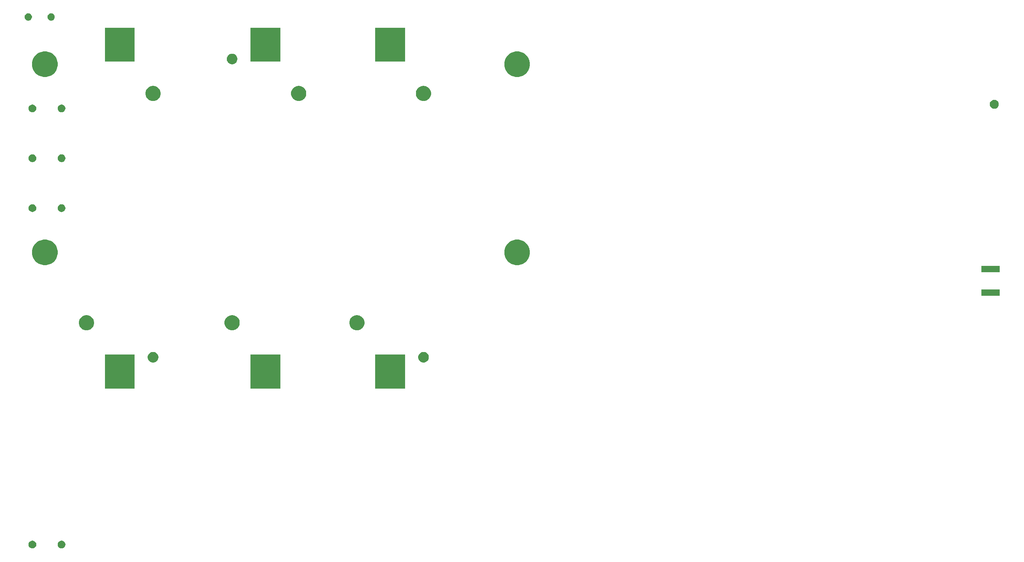
<source format=gbs>
G04 #@! TF.GenerationSoftware,KiCad,Pcbnew,5.1.5+dfsg1-2build2*
G04 #@! TF.CreationDate,2020-06-25T18:04:22+03:00*
G04 #@! TF.ProjectId,sdr-trx,7364722d-7472-4782-9e6b-696361645f70,A*
G04 #@! TF.SameCoordinates,Original*
G04 #@! TF.FileFunction,Soldermask,Bot*
G04 #@! TF.FilePolarity,Negative*
%FSLAX46Y46*%
G04 Gerber Fmt 4.6, Leading zero omitted, Abs format (unit mm)*
G04 Created by KiCad (PCBNEW 5.1.5+dfsg1-2build2) date 2020-06-25 18:04:22*
%MOMM*%
%LPD*%
G04 APERTURE LIST*
%ADD10C,0.100000*%
G04 APERTURE END LIST*
D10*
G36*
X44270163Y-152819394D02*
G01*
X44438719Y-152889212D01*
X44590418Y-152990574D01*
X44719426Y-153119582D01*
X44820788Y-153271281D01*
X44890606Y-153439837D01*
X44926200Y-153618778D01*
X44926200Y-153801222D01*
X44890606Y-153980163D01*
X44820788Y-154148719D01*
X44719426Y-154300418D01*
X44590418Y-154429426D01*
X44438719Y-154530788D01*
X44270163Y-154600606D01*
X44091223Y-154636200D01*
X43908777Y-154636200D01*
X43729837Y-154600606D01*
X43561281Y-154530788D01*
X43409582Y-154429426D01*
X43280574Y-154300418D01*
X43179212Y-154148719D01*
X43109394Y-153980163D01*
X43073800Y-153801222D01*
X43073800Y-153618778D01*
X43109394Y-153439837D01*
X43179212Y-153271281D01*
X43280574Y-153119582D01*
X43409582Y-152990574D01*
X43561281Y-152889212D01*
X43729837Y-152819394D01*
X43908777Y-152783800D01*
X44091223Y-152783800D01*
X44270163Y-152819394D01*
G37*
G36*
X37270163Y-152819394D02*
G01*
X37438719Y-152889212D01*
X37590418Y-152990574D01*
X37719426Y-153119582D01*
X37820788Y-153271281D01*
X37890606Y-153439837D01*
X37926200Y-153618778D01*
X37926200Y-153801222D01*
X37890606Y-153980163D01*
X37820788Y-154148719D01*
X37719426Y-154300418D01*
X37590418Y-154429426D01*
X37438719Y-154530788D01*
X37270163Y-154600606D01*
X37091223Y-154636200D01*
X36908777Y-154636200D01*
X36729837Y-154600606D01*
X36561281Y-154530788D01*
X36409582Y-154429426D01*
X36280574Y-154300418D01*
X36179212Y-154148719D01*
X36109394Y-153980163D01*
X36073800Y-153801222D01*
X36073800Y-153618778D01*
X36109394Y-153439837D01*
X36179212Y-153271281D01*
X36280574Y-153119582D01*
X36409582Y-152990574D01*
X36561281Y-152889212D01*
X36729837Y-152819394D01*
X36908777Y-152783800D01*
X37091223Y-152783800D01*
X37270163Y-152819394D01*
G37*
G36*
X61576200Y-116136200D02*
G01*
X54423800Y-116136200D01*
X54423800Y-107983800D01*
X61576200Y-107983800D01*
X61576200Y-116136200D01*
G37*
G36*
X96576200Y-116136200D02*
G01*
X89423800Y-116136200D01*
X89423800Y-107983800D01*
X96576200Y-107983800D01*
X96576200Y-116136200D01*
G37*
G36*
X126576200Y-116136200D02*
G01*
X119423800Y-116136200D01*
X119423800Y-107983800D01*
X126576200Y-107983800D01*
X126576200Y-116136200D01*
G37*
G36*
X66372254Y-107382844D02*
G01*
X66604507Y-107479046D01*
X66813530Y-107618711D01*
X66991289Y-107796470D01*
X67130954Y-108005493D01*
X67227156Y-108237746D01*
X67276200Y-108484305D01*
X67276200Y-108735695D01*
X67227156Y-108982254D01*
X67130954Y-109214507D01*
X66991289Y-109423530D01*
X66813530Y-109601289D01*
X66604507Y-109740954D01*
X66372254Y-109837156D01*
X66125695Y-109886200D01*
X65874305Y-109886200D01*
X65627746Y-109837156D01*
X65395493Y-109740954D01*
X65186470Y-109601289D01*
X65008711Y-109423530D01*
X64869046Y-109214507D01*
X64772844Y-108982254D01*
X64723800Y-108735695D01*
X64723800Y-108484305D01*
X64772844Y-108237746D01*
X64869046Y-108005493D01*
X65008711Y-107796470D01*
X65186470Y-107618711D01*
X65395493Y-107479046D01*
X65627746Y-107382844D01*
X65874305Y-107333800D01*
X66125695Y-107333800D01*
X66372254Y-107382844D01*
G37*
G36*
X131372254Y-107382844D02*
G01*
X131604507Y-107479046D01*
X131813530Y-107618711D01*
X131991289Y-107796470D01*
X132130954Y-108005493D01*
X132227156Y-108237746D01*
X132276200Y-108484305D01*
X132276200Y-108735695D01*
X132227156Y-108982254D01*
X132130954Y-109214507D01*
X131991289Y-109423530D01*
X131813530Y-109601289D01*
X131604507Y-109740954D01*
X131372254Y-109837156D01*
X131125695Y-109886200D01*
X130874305Y-109886200D01*
X130627746Y-109837156D01*
X130395493Y-109740954D01*
X130186470Y-109601289D01*
X130008711Y-109423530D01*
X129869046Y-109214507D01*
X129772844Y-108982254D01*
X129723800Y-108735695D01*
X129723800Y-108484305D01*
X129772844Y-108237746D01*
X129869046Y-108005493D01*
X130008711Y-107796470D01*
X130186470Y-107618711D01*
X130395493Y-107479046D01*
X130627746Y-107382844D01*
X130874305Y-107333800D01*
X131125695Y-107333800D01*
X131372254Y-107382844D01*
G37*
G36*
X85356274Y-98518890D02*
G01*
X85532684Y-98553980D01*
X85865030Y-98691642D01*
X86164135Y-98891498D01*
X86418502Y-99145865D01*
X86618358Y-99444970D01*
X86756020Y-99777316D01*
X86826200Y-100130136D01*
X86826200Y-100489864D01*
X86756020Y-100842684D01*
X86618358Y-101175030D01*
X86418502Y-101474135D01*
X86164135Y-101728502D01*
X85865030Y-101928358D01*
X85532684Y-102066020D01*
X85356274Y-102101110D01*
X85179865Y-102136200D01*
X84820135Y-102136200D01*
X84643726Y-102101110D01*
X84467316Y-102066020D01*
X84134970Y-101928358D01*
X83835865Y-101728502D01*
X83581498Y-101474135D01*
X83381642Y-101175030D01*
X83243980Y-100842684D01*
X83173800Y-100489864D01*
X83173800Y-100130136D01*
X83243980Y-99777316D01*
X83381642Y-99444970D01*
X83581498Y-99145865D01*
X83835865Y-98891498D01*
X84134970Y-98691642D01*
X84467316Y-98553980D01*
X84643726Y-98518890D01*
X84820135Y-98483800D01*
X85179865Y-98483800D01*
X85356274Y-98518890D01*
G37*
G36*
X50356274Y-98518890D02*
G01*
X50532684Y-98553980D01*
X50865030Y-98691642D01*
X51164135Y-98891498D01*
X51418502Y-99145865D01*
X51618358Y-99444970D01*
X51756020Y-99777316D01*
X51826200Y-100130136D01*
X51826200Y-100489864D01*
X51756020Y-100842684D01*
X51618358Y-101175030D01*
X51418502Y-101474135D01*
X51164135Y-101728502D01*
X50865030Y-101928358D01*
X50532684Y-102066020D01*
X50356274Y-102101110D01*
X50179865Y-102136200D01*
X49820135Y-102136200D01*
X49643726Y-102101110D01*
X49467316Y-102066020D01*
X49134970Y-101928358D01*
X48835865Y-101728502D01*
X48581498Y-101474135D01*
X48381642Y-101175030D01*
X48243980Y-100842684D01*
X48173800Y-100489864D01*
X48173800Y-100130136D01*
X48243980Y-99777316D01*
X48381642Y-99444970D01*
X48581498Y-99145865D01*
X48835865Y-98891498D01*
X49134970Y-98691642D01*
X49467316Y-98553980D01*
X49643726Y-98518890D01*
X49820135Y-98483800D01*
X50179865Y-98483800D01*
X50356274Y-98518890D01*
G37*
G36*
X115356274Y-98518890D02*
G01*
X115532684Y-98553980D01*
X115865030Y-98691642D01*
X116164135Y-98891498D01*
X116418502Y-99145865D01*
X116618358Y-99444970D01*
X116756020Y-99777316D01*
X116826200Y-100130136D01*
X116826200Y-100489864D01*
X116756020Y-100842684D01*
X116618358Y-101175030D01*
X116418502Y-101474135D01*
X116164135Y-101728502D01*
X115865030Y-101928358D01*
X115532684Y-102066020D01*
X115356274Y-102101110D01*
X115179865Y-102136200D01*
X114820135Y-102136200D01*
X114643726Y-102101110D01*
X114467316Y-102066020D01*
X114134970Y-101928358D01*
X113835865Y-101728502D01*
X113581498Y-101474135D01*
X113381642Y-101175030D01*
X113243980Y-100842684D01*
X113173800Y-100489864D01*
X113173800Y-100130136D01*
X113243980Y-99777316D01*
X113381642Y-99444970D01*
X113581498Y-99145865D01*
X113835865Y-98891498D01*
X114134970Y-98691642D01*
X114467316Y-98553980D01*
X114643726Y-98518890D01*
X114820135Y-98483800D01*
X115179865Y-98483800D01*
X115356274Y-98518890D01*
G37*
G36*
X269476200Y-93786200D02*
G01*
X265123800Y-93786200D01*
X265123800Y-92283800D01*
X269476200Y-92283800D01*
X269476200Y-93786200D01*
G37*
G36*
X269476200Y-88136200D02*
G01*
X265123800Y-88136200D01*
X265123800Y-86633800D01*
X269476200Y-86633800D01*
X269476200Y-88136200D01*
G37*
G36*
X154397295Y-80402017D02*
G01*
X154677210Y-80517962D01*
X154957127Y-80633907D01*
X155460963Y-80970560D01*
X155889440Y-81399037D01*
X156226093Y-81902873D01*
X156457983Y-82462706D01*
X156576200Y-83057021D01*
X156576200Y-83662979D01*
X156457983Y-84257294D01*
X156226093Y-84817127D01*
X155889440Y-85320963D01*
X155460963Y-85749440D01*
X154957127Y-86086093D01*
X154397295Y-86317983D01*
X153802979Y-86436200D01*
X153197021Y-86436200D01*
X152602705Y-86317983D01*
X152042873Y-86086093D01*
X151539037Y-85749440D01*
X151110560Y-85320963D01*
X150773907Y-84817127D01*
X150542017Y-84257294D01*
X150423800Y-83662979D01*
X150423800Y-83057021D01*
X150542017Y-82462706D01*
X150773907Y-81902873D01*
X151110560Y-81399037D01*
X151539037Y-80970560D01*
X152042873Y-80633907D01*
X152602705Y-80402017D01*
X153197021Y-80283800D01*
X153802979Y-80283800D01*
X154397295Y-80402017D01*
G37*
G36*
X40897295Y-80402017D02*
G01*
X41177210Y-80517962D01*
X41457127Y-80633907D01*
X41960963Y-80970560D01*
X42389440Y-81399037D01*
X42726093Y-81902873D01*
X42957983Y-82462706D01*
X43076200Y-83057021D01*
X43076200Y-83662979D01*
X42957983Y-84257294D01*
X42726093Y-84817127D01*
X42389440Y-85320963D01*
X41960963Y-85749440D01*
X41457127Y-86086093D01*
X40897295Y-86317983D01*
X40302979Y-86436200D01*
X39697021Y-86436200D01*
X39102705Y-86317983D01*
X38542873Y-86086093D01*
X38039037Y-85749440D01*
X37610560Y-85320963D01*
X37273907Y-84817127D01*
X37042017Y-84257294D01*
X36923800Y-83662979D01*
X36923800Y-83057021D01*
X37042017Y-82462706D01*
X37273907Y-81902873D01*
X37610560Y-81399037D01*
X38039037Y-80970560D01*
X38542873Y-80633907D01*
X38822790Y-80517962D01*
X39102705Y-80402017D01*
X39697021Y-80283800D01*
X40302979Y-80283800D01*
X40897295Y-80402017D01*
G37*
G36*
X44270163Y-71819394D02*
G01*
X44438719Y-71889212D01*
X44590418Y-71990574D01*
X44719426Y-72119582D01*
X44820788Y-72271281D01*
X44890606Y-72439837D01*
X44926200Y-72618778D01*
X44926200Y-72801222D01*
X44890606Y-72980163D01*
X44820788Y-73148719D01*
X44719426Y-73300418D01*
X44590418Y-73429426D01*
X44438719Y-73530788D01*
X44270163Y-73600606D01*
X44091223Y-73636200D01*
X43908777Y-73636200D01*
X43729837Y-73600606D01*
X43561281Y-73530788D01*
X43409582Y-73429426D01*
X43280574Y-73300418D01*
X43179212Y-73148719D01*
X43109394Y-72980163D01*
X43073800Y-72801222D01*
X43073800Y-72618778D01*
X43109394Y-72439837D01*
X43179212Y-72271281D01*
X43280574Y-72119582D01*
X43409582Y-71990574D01*
X43561281Y-71889212D01*
X43729837Y-71819394D01*
X43908777Y-71783800D01*
X44091223Y-71783800D01*
X44270163Y-71819394D01*
G37*
G36*
X37270163Y-71819394D02*
G01*
X37438719Y-71889212D01*
X37590418Y-71990574D01*
X37719426Y-72119582D01*
X37820788Y-72271281D01*
X37890606Y-72439837D01*
X37926200Y-72618778D01*
X37926200Y-72801222D01*
X37890606Y-72980163D01*
X37820788Y-73148719D01*
X37719426Y-73300418D01*
X37590418Y-73429426D01*
X37438719Y-73530788D01*
X37270163Y-73600606D01*
X37091223Y-73636200D01*
X36908777Y-73636200D01*
X36729837Y-73600606D01*
X36561281Y-73530788D01*
X36409582Y-73429426D01*
X36280574Y-73300418D01*
X36179212Y-73148719D01*
X36109394Y-72980163D01*
X36073800Y-72801222D01*
X36073800Y-72618778D01*
X36109394Y-72439837D01*
X36179212Y-72271281D01*
X36280574Y-72119582D01*
X36409582Y-71990574D01*
X36561281Y-71889212D01*
X36729837Y-71819394D01*
X36908777Y-71783800D01*
X37091223Y-71783800D01*
X37270163Y-71819394D01*
G37*
G36*
X44270163Y-59819394D02*
G01*
X44438719Y-59889212D01*
X44590418Y-59990574D01*
X44719426Y-60119582D01*
X44820788Y-60271281D01*
X44890606Y-60439837D01*
X44926200Y-60618778D01*
X44926200Y-60801222D01*
X44890606Y-60980163D01*
X44820788Y-61148719D01*
X44719426Y-61300418D01*
X44590418Y-61429426D01*
X44438719Y-61530788D01*
X44270163Y-61600606D01*
X44180692Y-61618403D01*
X44091223Y-61636200D01*
X43908777Y-61636200D01*
X43819308Y-61618403D01*
X43729837Y-61600606D01*
X43561281Y-61530788D01*
X43409582Y-61429426D01*
X43280574Y-61300418D01*
X43179212Y-61148719D01*
X43109394Y-60980163D01*
X43073800Y-60801222D01*
X43073800Y-60618778D01*
X43109394Y-60439837D01*
X43179212Y-60271281D01*
X43280574Y-60119582D01*
X43409582Y-59990574D01*
X43561281Y-59889212D01*
X43729837Y-59819394D01*
X43908777Y-59783800D01*
X44091223Y-59783800D01*
X44270163Y-59819394D01*
G37*
G36*
X37270163Y-59819394D02*
G01*
X37438719Y-59889212D01*
X37590418Y-59990574D01*
X37719426Y-60119582D01*
X37820788Y-60271281D01*
X37890606Y-60439837D01*
X37926200Y-60618778D01*
X37926200Y-60801222D01*
X37890606Y-60980163D01*
X37820788Y-61148719D01*
X37719426Y-61300418D01*
X37590418Y-61429426D01*
X37438719Y-61530788D01*
X37270163Y-61600606D01*
X37180692Y-61618403D01*
X37091223Y-61636200D01*
X36908777Y-61636200D01*
X36819308Y-61618403D01*
X36729837Y-61600606D01*
X36561281Y-61530788D01*
X36409582Y-61429426D01*
X36280574Y-61300418D01*
X36179212Y-61148719D01*
X36109394Y-60980163D01*
X36073800Y-60801222D01*
X36073800Y-60618778D01*
X36109394Y-60439837D01*
X36179212Y-60271281D01*
X36280574Y-60119582D01*
X36409582Y-59990574D01*
X36561281Y-59889212D01*
X36729837Y-59819394D01*
X36908777Y-59783800D01*
X37091223Y-59783800D01*
X37270163Y-59819394D01*
G37*
G36*
X44270163Y-47819394D02*
G01*
X44438719Y-47889212D01*
X44590418Y-47990574D01*
X44719426Y-48119582D01*
X44820788Y-48271281D01*
X44890606Y-48439837D01*
X44926200Y-48618778D01*
X44926200Y-48801222D01*
X44890606Y-48980163D01*
X44820788Y-49148719D01*
X44719426Y-49300418D01*
X44590418Y-49429426D01*
X44438719Y-49530788D01*
X44270163Y-49600606D01*
X44180692Y-49618403D01*
X44091223Y-49636200D01*
X43908777Y-49636200D01*
X43819308Y-49618403D01*
X43729837Y-49600606D01*
X43561281Y-49530788D01*
X43409582Y-49429426D01*
X43280574Y-49300418D01*
X43179212Y-49148719D01*
X43109394Y-48980163D01*
X43073800Y-48801222D01*
X43073800Y-48618778D01*
X43109394Y-48439837D01*
X43179212Y-48271281D01*
X43280574Y-48119582D01*
X43409582Y-47990574D01*
X43561281Y-47889212D01*
X43729837Y-47819394D01*
X43908777Y-47783800D01*
X44091223Y-47783800D01*
X44270163Y-47819394D01*
G37*
G36*
X37270163Y-47819394D02*
G01*
X37438719Y-47889212D01*
X37590418Y-47990574D01*
X37719426Y-48119582D01*
X37820788Y-48271281D01*
X37890606Y-48439837D01*
X37926200Y-48618778D01*
X37926200Y-48801222D01*
X37890606Y-48980163D01*
X37820788Y-49148719D01*
X37719426Y-49300418D01*
X37590418Y-49429426D01*
X37438719Y-49530788D01*
X37270163Y-49600606D01*
X37180692Y-49618403D01*
X37091223Y-49636200D01*
X36908777Y-49636200D01*
X36819308Y-49618403D01*
X36729837Y-49600606D01*
X36561281Y-49530788D01*
X36409582Y-49429426D01*
X36280574Y-49300418D01*
X36179212Y-49148719D01*
X36109394Y-48980163D01*
X36073800Y-48801222D01*
X36073800Y-48618778D01*
X36109394Y-48439837D01*
X36179212Y-48271281D01*
X36280574Y-48119582D01*
X36409582Y-47990574D01*
X36561281Y-47889212D01*
X36729837Y-47819394D01*
X36908777Y-47783800D01*
X37091223Y-47783800D01*
X37270163Y-47819394D01*
G37*
G36*
X268513916Y-46675158D02*
G01*
X268709772Y-46756284D01*
X268886038Y-46874061D01*
X269035939Y-47023962D01*
X269153716Y-47200228D01*
X269234842Y-47396084D01*
X269276200Y-47604004D01*
X269276200Y-47815996D01*
X269234842Y-48023916D01*
X269153716Y-48219772D01*
X269035939Y-48396038D01*
X268886038Y-48545939D01*
X268709772Y-48663716D01*
X268513916Y-48744842D01*
X268305996Y-48786200D01*
X268094004Y-48786200D01*
X267886084Y-48744842D01*
X267690228Y-48663716D01*
X267513962Y-48545939D01*
X267364061Y-48396038D01*
X267246284Y-48219772D01*
X267165158Y-48023916D01*
X267123800Y-47815996D01*
X267123800Y-47604004D01*
X267165158Y-47396084D01*
X267246284Y-47200228D01*
X267364061Y-47023962D01*
X267513962Y-46874061D01*
X267690228Y-46756284D01*
X267886084Y-46675158D01*
X268094004Y-46633800D01*
X268305996Y-46633800D01*
X268513916Y-46675158D01*
G37*
G36*
X66356274Y-43318890D02*
G01*
X66532684Y-43353980D01*
X66865030Y-43491642D01*
X67164135Y-43691498D01*
X67418502Y-43945865D01*
X67618358Y-44244970D01*
X67756020Y-44577316D01*
X67826200Y-44930136D01*
X67826200Y-45289864D01*
X67756020Y-45642684D01*
X67618358Y-45975030D01*
X67418502Y-46274135D01*
X67164135Y-46528502D01*
X66865030Y-46728358D01*
X66532684Y-46866020D01*
X66356274Y-46901110D01*
X66179865Y-46936200D01*
X65820135Y-46936200D01*
X65643726Y-46901110D01*
X65467316Y-46866020D01*
X65134970Y-46728358D01*
X64835865Y-46528502D01*
X64581498Y-46274135D01*
X64381642Y-45975030D01*
X64243980Y-45642684D01*
X64173800Y-45289864D01*
X64173800Y-44930136D01*
X64243980Y-44577316D01*
X64381642Y-44244970D01*
X64581498Y-43945865D01*
X64835865Y-43691498D01*
X65134970Y-43491642D01*
X65467316Y-43353980D01*
X65643726Y-43318890D01*
X65820135Y-43283800D01*
X66179865Y-43283800D01*
X66356274Y-43318890D01*
G37*
G36*
X131356274Y-43318890D02*
G01*
X131532684Y-43353980D01*
X131865030Y-43491642D01*
X132164135Y-43691498D01*
X132418502Y-43945865D01*
X132618358Y-44244970D01*
X132756020Y-44577316D01*
X132826200Y-44930136D01*
X132826200Y-45289864D01*
X132756020Y-45642684D01*
X132618358Y-45975030D01*
X132418502Y-46274135D01*
X132164135Y-46528502D01*
X131865030Y-46728358D01*
X131532684Y-46866020D01*
X131356274Y-46901110D01*
X131179865Y-46936200D01*
X130820135Y-46936200D01*
X130643726Y-46901110D01*
X130467316Y-46866020D01*
X130134970Y-46728358D01*
X129835865Y-46528502D01*
X129581498Y-46274135D01*
X129381642Y-45975030D01*
X129243980Y-45642684D01*
X129173800Y-45289864D01*
X129173800Y-44930136D01*
X129243980Y-44577316D01*
X129381642Y-44244970D01*
X129581498Y-43945865D01*
X129835865Y-43691498D01*
X130134970Y-43491642D01*
X130467316Y-43353980D01*
X130643726Y-43318890D01*
X130820135Y-43283800D01*
X131179865Y-43283800D01*
X131356274Y-43318890D01*
G37*
G36*
X101356274Y-43318890D02*
G01*
X101532684Y-43353980D01*
X101865030Y-43491642D01*
X102164135Y-43691498D01*
X102418502Y-43945865D01*
X102618358Y-44244970D01*
X102756020Y-44577316D01*
X102826200Y-44930136D01*
X102826200Y-45289864D01*
X102756020Y-45642684D01*
X102618358Y-45975030D01*
X102418502Y-46274135D01*
X102164135Y-46528502D01*
X101865030Y-46728358D01*
X101532684Y-46866020D01*
X101356274Y-46901110D01*
X101179865Y-46936200D01*
X100820135Y-46936200D01*
X100643726Y-46901110D01*
X100467316Y-46866020D01*
X100134970Y-46728358D01*
X99835865Y-46528502D01*
X99581498Y-46274135D01*
X99381642Y-45975030D01*
X99243980Y-45642684D01*
X99173800Y-45289864D01*
X99173800Y-44930136D01*
X99243980Y-44577316D01*
X99381642Y-44244970D01*
X99581498Y-43945865D01*
X99835865Y-43691498D01*
X100134970Y-43491642D01*
X100467316Y-43353980D01*
X100643726Y-43318890D01*
X100820135Y-43283800D01*
X101179865Y-43283800D01*
X101356274Y-43318890D01*
G37*
G36*
X40897295Y-35102017D02*
G01*
X41457127Y-35333907D01*
X41960963Y-35670560D01*
X42389440Y-36099037D01*
X42726093Y-36602873D01*
X42726093Y-36602874D01*
X42957983Y-37162705D01*
X42961872Y-37182255D01*
X43076200Y-37757021D01*
X43076200Y-38362979D01*
X42957983Y-38957294D01*
X42726093Y-39517127D01*
X42389440Y-40020963D01*
X41960963Y-40449440D01*
X41457127Y-40786093D01*
X41177210Y-40902038D01*
X40897295Y-41017983D01*
X40302979Y-41136200D01*
X39697021Y-41136200D01*
X39102705Y-41017983D01*
X38822790Y-40902038D01*
X38542873Y-40786093D01*
X38039037Y-40449440D01*
X37610560Y-40020963D01*
X37273907Y-39517127D01*
X37042017Y-38957294D01*
X36923800Y-38362979D01*
X36923800Y-37757021D01*
X37038128Y-37182255D01*
X37042017Y-37162705D01*
X37273907Y-36602874D01*
X37273907Y-36602873D01*
X37610560Y-36099037D01*
X38039037Y-35670560D01*
X38542873Y-35333907D01*
X39102705Y-35102017D01*
X39697021Y-34983800D01*
X40302979Y-34983800D01*
X40897295Y-35102017D01*
G37*
G36*
X154397295Y-35102017D02*
G01*
X154957127Y-35333907D01*
X155460963Y-35670560D01*
X155889440Y-36099037D01*
X156226093Y-36602873D01*
X156226093Y-36602874D01*
X156457983Y-37162705D01*
X156461872Y-37182255D01*
X156576200Y-37757021D01*
X156576200Y-38362979D01*
X156457983Y-38957294D01*
X156226093Y-39517127D01*
X155889440Y-40020963D01*
X155460963Y-40449440D01*
X154957127Y-40786093D01*
X154677210Y-40902038D01*
X154397295Y-41017983D01*
X153802979Y-41136200D01*
X153197021Y-41136200D01*
X152602705Y-41017983D01*
X152322790Y-40902038D01*
X152042873Y-40786093D01*
X151539037Y-40449440D01*
X151110560Y-40020963D01*
X150773907Y-39517127D01*
X150542017Y-38957294D01*
X150423800Y-38362979D01*
X150423800Y-37757021D01*
X150538128Y-37182255D01*
X150542017Y-37162705D01*
X150773907Y-36602874D01*
X150773907Y-36602873D01*
X151110560Y-36099037D01*
X151539037Y-35670560D01*
X152042873Y-35333907D01*
X152602705Y-35102017D01*
X153197021Y-34983800D01*
X153802979Y-34983800D01*
X154397295Y-35102017D01*
G37*
G36*
X85372254Y-35582844D02*
G01*
X85604507Y-35679046D01*
X85813530Y-35818711D01*
X85991289Y-35996470D01*
X86130954Y-36205493D01*
X86227156Y-36437746D01*
X86276200Y-36684305D01*
X86276200Y-36935695D01*
X86227156Y-37182254D01*
X86130954Y-37414507D01*
X85991289Y-37623530D01*
X85813530Y-37801289D01*
X85604507Y-37940954D01*
X85372254Y-38037156D01*
X85125695Y-38086200D01*
X84874305Y-38086200D01*
X84627746Y-38037156D01*
X84395493Y-37940954D01*
X84186470Y-37801289D01*
X84008711Y-37623530D01*
X83869046Y-37414507D01*
X83772844Y-37182254D01*
X83723800Y-36935695D01*
X83723800Y-36684305D01*
X83772844Y-36437746D01*
X83869046Y-36205493D01*
X84008711Y-35996470D01*
X84186470Y-35818711D01*
X84395493Y-35679046D01*
X84627746Y-35582844D01*
X84874305Y-35533800D01*
X85125695Y-35533800D01*
X85372254Y-35582844D01*
G37*
G36*
X126576200Y-37436200D02*
G01*
X119423800Y-37436200D01*
X119423800Y-29283800D01*
X126576200Y-29283800D01*
X126576200Y-37436200D01*
G37*
G36*
X96576200Y-37436200D02*
G01*
X89423800Y-37436200D01*
X89423800Y-29283800D01*
X96576200Y-29283800D01*
X96576200Y-37436200D01*
G37*
G36*
X61576200Y-37436200D02*
G01*
X54423800Y-37436200D01*
X54423800Y-29283800D01*
X61576200Y-29283800D01*
X61576200Y-37436200D01*
G37*
G36*
X36255578Y-25867471D02*
G01*
X36415037Y-25933521D01*
X36558545Y-26029411D01*
X36680589Y-26151455D01*
X36776479Y-26294963D01*
X36842529Y-26454422D01*
X36876200Y-26623702D01*
X36876200Y-26796298D01*
X36842529Y-26965578D01*
X36776479Y-27125037D01*
X36680589Y-27268545D01*
X36558545Y-27390589D01*
X36415037Y-27486479D01*
X36255578Y-27552529D01*
X36086298Y-27586200D01*
X35913702Y-27586200D01*
X35744422Y-27552529D01*
X35584963Y-27486479D01*
X35441455Y-27390589D01*
X35319411Y-27268545D01*
X35223521Y-27125037D01*
X35157471Y-26965578D01*
X35123800Y-26796298D01*
X35123800Y-26623702D01*
X35157471Y-26454422D01*
X35223521Y-26294963D01*
X35319411Y-26151455D01*
X35441455Y-26029411D01*
X35584963Y-25933521D01*
X35744422Y-25867471D01*
X35913702Y-25833800D01*
X36086298Y-25833800D01*
X36255578Y-25867471D01*
G37*
G36*
X41755578Y-25867471D02*
G01*
X41915037Y-25933521D01*
X42058545Y-26029411D01*
X42180589Y-26151455D01*
X42276479Y-26294963D01*
X42342529Y-26454422D01*
X42376200Y-26623702D01*
X42376200Y-26796298D01*
X42342529Y-26965578D01*
X42276479Y-27125037D01*
X42180589Y-27268545D01*
X42058545Y-27390589D01*
X41915037Y-27486479D01*
X41755578Y-27552529D01*
X41586298Y-27586200D01*
X41413702Y-27586200D01*
X41244422Y-27552529D01*
X41084963Y-27486479D01*
X40941455Y-27390589D01*
X40819411Y-27268545D01*
X40723521Y-27125037D01*
X40657471Y-26965578D01*
X40623800Y-26796298D01*
X40623800Y-26623702D01*
X40657471Y-26454422D01*
X40723521Y-26294963D01*
X40819411Y-26151455D01*
X40941455Y-26029411D01*
X41084963Y-25933521D01*
X41244422Y-25867471D01*
X41413702Y-25833800D01*
X41586298Y-25833800D01*
X41755578Y-25867471D01*
G37*
M02*

</source>
